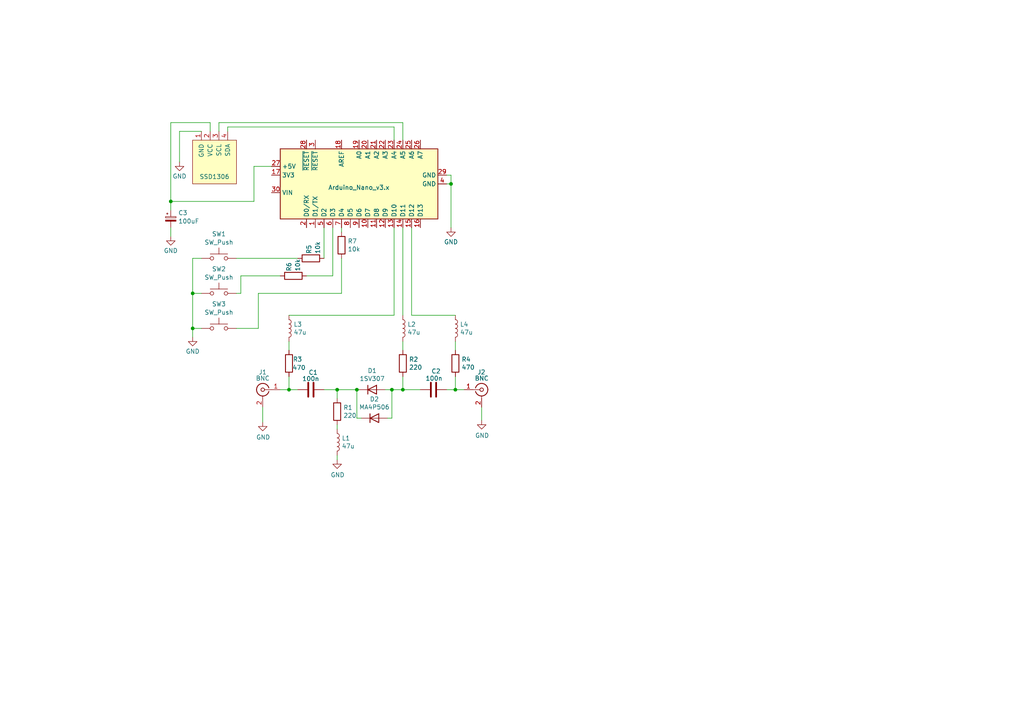
<source format=kicad_sch>
(kicad_sch (version 20231120) (generator "eeschema") (generator_version "8.0")
  (paper "A4")
  (lib_symbols
    (symbol "Connector:Conn_Coaxial" (pin_names (offset 1.016) hide)
      (property "Reference" "J" (at 0.254 3.048 0))
      (property "Value" "Conn_Coaxial" (at 2.921 0 90))
      (symbol "Conn_Coaxial_0_1"
        (arc (start -1.778 -0.508) (mid 0.2311 -1.8066) (end 1.778 0) (stroke (width 0.254)))
        (polyline (pts (xy -2.54 0) (xy -0.508 0)))
        (polyline (pts (xy 0 -2.54) (xy 0 -1.778)))
        (circle (center 0 0) (radius 0.508) (stroke (width 0.2032)))
        (arc (start 1.778 0) (mid 0.2099 1.8101) (end -1.778 0.508) (stroke (width 0.254)))
      )
      (symbol "Conn_Coaxial_1_1"
        (pin passive line (at -5.08 0 0) (length 2.54) (name "In") (number "1"))
        (pin passive line (at 0 -5.08 90) (length 2.54) (name "Ext") (number "2"))
      )
    )
    (symbol "Device:C" (pin_numbers hide) (pin_names (offset 0.254))
      (property "Reference" "C" (at 0.635 2.54 0))
      (property "Value" "C" (at 0.635 -2.54 0))
      (symbol "C_0_1"
        (polyline (pts (xy -2.032 -0.762) (xy 2.032 -0.762)) (stroke (width 0.508)))
        (polyline (pts (xy -2.032 0.762) (xy 2.032 0.762)) (stroke (width 0.508)))
      )
      (symbol "C_1_1"
        (pin passive line (at 0 3.81 270) (length 2.794) (name "~") (number "1"))
        (pin passive line (at 0 -3.81 90) (length 2.794) (name "~") (number "2"))
      )
    )
    (symbol "Device:C_Polarized_Small" (pin_numbers hide) (pin_names (offset 0.254) hide)
      (property "Reference" "C" (at 0.254 1.778 0))
      (property "Value" "C_Polarized_Small" (at 0.254 -2.032 0))
      (symbol "C_Polarized_Small_0_1"
        (rectangle (start -1.524 -0.3048) (end 1.524 -0.6858) (fill (type outline)))
        (rectangle (start -1.524 0.6858) (end 1.524 0.3048))
        (polyline (pts (xy -1.27 1.524) (xy -0.762 1.524)))
        (polyline (pts (xy -1.016 1.27) (xy -1.016 1.778)))
      )
      (symbol "C_Polarized_Small_1_1"
        (pin passive line (at 0 2.54 270) (length 1.8542) (name "~") (number "1"))
        (pin passive line (at 0 -2.54 90) (length 1.8542) (name "~") (number "2"))
      )
    )
    (symbol "Device:D" (pin_numbers hide) (pin_names (offset 1.016) hide)
      (property "Reference" "D" (at 0 2.54 0))
      (property "Value" "D" (at 0 -2.54 0))
      (symbol "D_0_1"
        (polyline (pts (xy -1.27 1.27) (xy -1.27 -1.27)) (stroke (width 0.254)))
        (polyline (pts (xy 1.27 0) (xy -1.27 0)))
        (polyline (pts (xy 1.27 1.27) (xy 1.27 -1.27) (xy -1.27 0) (xy 1.27 1.27)) (stroke (width 0.254)))
      )
      (symbol "D_1_1"
        (pin passive line (at -3.81 0 0) (length 2.54) (name "K") (number "1"))
        (pin passive line (at 3.81 0 180) (length 2.54) (name "A") (number "2"))
      )
    )
    (symbol "Device:L" (pin_numbers hide) (pin_names (offset 1.016) hide)
      (property "Reference" "L" (at -1.27 0 90))
      (property "Value" "L" (at 1.905 0 90))
      (symbol "L_0_1"
        (arc (start 0 -2.54) (mid 0.6323 -1.905) (end 0 -1.27))
        (arc (start 0 -1.27) (mid 0.6323 -0.635) (end 0 0))
        (arc (start 0 0) (mid 0.6323 0.635) (end 0 1.27))
        (arc (start 0 1.27) (mid 0.6323 1.905) (end 0 2.54))
      )
      (symbol "L_1_1"
        (pin passive line (at 0 3.81 270) (length 1.27) (name "1") (number "1"))
        (pin passive line (at 0 -3.81 90) (length 1.27) (name "2") (number "2"))
      )
    )
    (symbol "Device:R" (pin_numbers hide) (pin_names (offset 0))
      (property "Reference" "R" (at 2.032 0 90))
      (property "Value" "R" (at 0 0 90))
      (symbol "R_0_1"
        (rectangle (start -1.016 -2.54) (end 1.016 2.54) (stroke (width 0.254)))
      )
      (symbol "R_1_1"
        (pin passive line (at 0 3.81 270) (length 1.27) (name "~") (number "1"))
        (pin passive line (at 0 -3.81 90) (length 1.27) (name "~") (number "2"))
      )
    )
    (symbol "MCU_Module:Arduino_Nano_v3.x"
      (property "Reference" "A" (at -10.16 23.495 0))
      (property "Value" "Arduino_Nano_v3.x" (at 5.08 -24.13 0))
      (symbol "Arduino_Nano_v3.x_0_1"
        (rectangle (start -10.16 22.86) (end 10.16 -22.86) (stroke (width 0.254)) (fill (type background)))
      )
      (symbol "Arduino_Nano_v3.x_1_1"
        (pin bidirectional line (at -12.7 12.7 0) (length 2.54) (name "D1/TX") (number "1"))
        (pin bidirectional line (at -12.7 -2.54 0) (length 2.54) (name "D7") (number "10"))
        (pin bidirectional line (at -12.7 -5.08 0) (length 2.54) (name "D8") (number "11"))
        (pin bidirectional line (at -12.7 -7.62 0) (length 2.54) (name "D9") (number "12"))
        (pin bidirectional line (at -12.7 -10.16 0) (length 2.54) (name "D10") (number "13"))
        (pin bidirectional line (at -12.7 -12.7 0) (length 2.54) (name "D11") (number "14"))
        (pin bidirectional line (at -12.7 -15.24 0) (length 2.54) (name "D12") (number "15"))
        (pin bidirectional line (at -12.7 -17.78 0) (length 2.54) (name "D13") (number "16"))
        (pin power_out line (at 2.54 25.4 270) (length 2.54) (name "3V3") (number "17"))
        (pin input line (at 12.7 5.08 180) (length 2.54) (name "AREF") (number "18"))
        (pin bidirectional line (at 12.7 0 180) (length 2.54) (name "A0") (number "19"))
        (pin bidirectional line (at -12.7 15.24 0) (length 2.54) (name "D0/RX") (number "2"))
        (pin bidirectional line (at 12.7 -2.54 180) (length 2.54) (name "A1") (number "20"))
        (pin bidirectional line (at 12.7 -5.08 180) (length 2.54) (name "A2") (number "21"))
        (pin bidirectional line (at 12.7 -7.62 180) (length 2.54) (name "A3") (number "22"))
        (pin bidirectional line (at 12.7 -10.16 180) (length 2.54) (name "A4") (number "23"))
        (pin bidirectional line (at 12.7 -12.7 180) (length 2.54) (name "A5") (number "24"))
        (pin bidirectional line (at 12.7 -15.24 180) (length 2.54) (name "A6") (number "25"))
        (pin bidirectional line (at 12.7 -17.78 180) (length 2.54) (name "A7") (number "26"))
        (pin power_out line (at 5.08 25.4 270) (length 2.54) (name "+5V") (number "27"))
        (pin input line (at 12.7 15.24 180) (length 2.54) (name "~{RESET}") (number "28"))
        (pin power_in line (at 2.54 -25.4 90) (length 2.54) (name "GND") (number "29"))
        (pin input line (at 12.7 12.7 180) (length 2.54) (name "~{RESET}") (number "3"))
        (pin power_in line (at -2.54 25.4 270) (length 2.54) (name "VIN") (number "30"))
        (pin power_in line (at 0 -25.4 90) (length 2.54) (name "GND") (number "4"))
        (pin bidirectional line (at -12.7 10.16 0) (length 2.54) (name "D2") (number "5"))
        (pin bidirectional line (at -12.7 7.62 0) (length 2.54) (name "D3") (number "6"))
        (pin bidirectional line (at -12.7 5.08 0) (length 2.54) (name "D4") (number "7"))
        (pin bidirectional line (at -12.7 2.54 0) (length 2.54) (name "D5") (number "8"))
        (pin bidirectional line (at -12.7 0 0) (length 2.54) (name "D6") (number "9"))
      )
    )
    (symbol "OLED:SSD1306" (pin_names (offset 1.016))
      (property "Reference" "Brd" (at 0 -3.81 0))
      (property "Value" "SSD1306" (at 0 -1.27 0))
      (symbol "SSD1306_0_1"
        (rectangle (start -6.35 6.35) (end 6.35 -6.35) (fill (type background)))
      )
      (symbol "SSD1306_1_1"
        (pin input line (at -3.81 8.89 270) (length 2.54) (name "GND") (number "1"))
        (pin input line (at -1.27 8.89 270) (length 2.54) (name "VCC") (number "2"))
        (pin input line (at 1.27 8.89 270) (length 2.54) (name "SCL") (number "3"))
        (pin input line (at 3.81 8.89 270) (length 2.54) (name "SDA") (number "4"))
      )
    )
    (symbol "Switch:SW_Push" (pin_numbers hide) (pin_names (offset 1.016) hide)
      (property "Reference" "SW" (at 1.27 2.54 0))
      (property "Value" "SW_Push" (at 0 -1.524 0))
      (symbol "SW_Push_0_1"
        (circle (center -2.032 0) (radius 0.508))
        (polyline (pts (xy 0 1.27) (xy 0 3.048)))
        (polyline (pts (xy 2.54 1.27) (xy -2.54 1.27)))
        (circle (center 2.032 0) (radius 0.508))
        (pin passive line (at -5.08 0 0) (length 2.54) (name "1") (number "1"))
        (pin passive line (at 5.08 0 180) (length 2.54) (name "2") (number "2"))
      )
    )
    (symbol "power:GND" (power) (pin_names (offset 0))
      (property "Value" "GND" (at 0 -3.81 0))
      (symbol "GND_0_1"
        (polyline (pts (xy 0 0) (xy 0 -1.27) (xy 1.27 -1.27) (xy 0 -2.54) (xy -1.27 -1.27) (xy 0 -1.27)))
      )
      (symbol "GND_1_1"
        (pin power_in line (at 0 0 270) (length 0) hide (name "GND") (number "1"))
      )
    )
  )
  (junction (at 49.53 58.42))
  (junction (at 113.665 113.03))
  (junction (at 97.79 113.03))
  (junction (at 55.88 95.25))
  (junction (at 132.08 113.03))
  (junction (at 116.84 113.03))
  (junction (at 55.88 85.09))
  (junction (at 103.505 113.03))
  (junction (at 83.82 113.03))
  (junction (at 130.81 53.34))
  (wire (pts (xy 63.5 38.1) (xy 63.5 35.56)))
  (wire (pts (xy 116.84 35.56) (xy 116.84 40.64)))
  (wire (pts (xy 78.74 48.26) (xy 73.66 48.26)))
  (wire (pts (xy 49.53 35.56) (xy 60.96 35.56)))
  (wire (pts (xy 114.3 91.44) (xy 114.3 66.04)))
  (wire (pts (xy 104.775 121.285) (xy 103.505 121.285)))
  (wire (pts (xy 97.79 133.35) (xy 97.79 132.08)))
  (wire (pts (xy 129.54 50.8) (xy 130.81 50.8)))
  (wire (pts (xy 83.82 113.03) (xy 86.36 113.03)))
  (wire (pts (xy 97.79 113.03) (xy 103.505 113.03)))
  (wire (pts (xy 76.2 122.428) (xy 76.2 118.11)))
  (wire (pts (xy 74.93 95.25) (xy 68.58 95.25)))
  (wire (pts (xy 55.88 95.25) (xy 55.88 97.79)))
  (wire (pts (xy 116.84 109.22) (xy 116.84 113.03)))
  (wire (pts (xy 93.98 66.04) (xy 93.98 74.93)))
  (wire (pts (xy 132.08 91.44) (xy 119.38 91.44)))
  (wire (pts (xy 112.395 121.285) (xy 113.665 121.285)))
  (wire (pts (xy 73.66 48.26) (xy 73.66 58.42)))
  (wire (pts (xy 114.3 36.83) (xy 114.3 40.64)))
  (wire (pts (xy 139.7 121.92) (xy 139.7 118.11)))
  (wire (pts (xy 60.96 35.56) (xy 60.96 38.1)))
  (wire (pts (xy 116.84 101.6) (xy 116.84 99.06)))
  (wire (pts (xy 55.88 85.09) (xy 58.42 85.09)))
  (wire (pts (xy 132.08 113.03) (xy 134.62 113.03)))
  (wire (pts (xy 74.93 85.09) (xy 74.93 95.25)))
  (wire (pts (xy 49.53 58.42) (xy 49.53 35.56)))
  (wire (pts (xy 88.9 80.01) (xy 96.52 80.01)))
  (wire (pts (xy 83.82 91.44) (xy 114.3 91.44)))
  (wire (pts (xy 55.88 85.09) (xy 55.88 95.25)))
  (wire (pts (xy 63.5 35.56) (xy 116.84 35.56)))
  (wire (pts (xy 97.79 115.57) (xy 97.79 113.03)))
  (wire (pts (xy 66.04 36.83) (xy 114.3 36.83)))
  (wire (pts (xy 66.04 38.1) (xy 66.04 36.83)))
  (wire (pts (xy 99.06 66.04) (xy 99.06 67.31)))
  (wire (pts (xy 83.82 101.6) (xy 83.82 99.06)))
  (wire (pts (xy 119.38 91.44) (xy 119.38 66.04)))
  (wire (pts (xy 129.54 53.34) (xy 130.81 53.34)))
  (wire (pts (xy 73.66 58.42) (xy 49.53 58.42)))
  (wire (pts (xy 130.81 50.8) (xy 130.81 53.34)))
  (wire (pts (xy 103.505 113.03) (xy 103.505 121.285)))
  (wire (pts (xy 52.07 38.1) (xy 52.07 46.99)))
  (wire (pts (xy 49.53 58.42) (xy 49.53 60.96)))
  (wire (pts (xy 111.76 113.03) (xy 113.665 113.03)))
  (wire (pts (xy 93.98 113.03) (xy 97.79 113.03)))
  (wire (pts (xy 58.42 74.93) (xy 55.88 74.93)))
  (wire (pts (xy 69.85 85.09) (xy 68.58 85.09)))
  (wire (pts (xy 55.88 74.93) (xy 55.88 85.09)))
  (wire (pts (xy 69.85 80.01) (xy 69.85 85.09)))
  (wire (pts (xy 55.88 95.25) (xy 58.42 95.25)))
  (wire (pts (xy 132.08 109.22) (xy 132.08 113.03)))
  (wire (pts (xy 49.53 66.04) (xy 49.53 68.58)))
  (wire (pts (xy 113.665 113.03) (xy 116.84 113.03)))
  (wire (pts (xy 129.54 113.03) (xy 132.08 113.03)))
  (wire (pts (xy 130.81 53.34) (xy 130.81 66.04)))
  (wire (pts (xy 58.42 38.1) (xy 52.07 38.1)))
  (wire (pts (xy 132.08 101.6) (xy 132.08 99.06)))
  (wire (pts (xy 97.79 124.46) (xy 97.79 123.19)))
  (wire (pts (xy 103.505 113.03) (xy 104.14 113.03)))
  (wire (pts (xy 68.58 74.93) (xy 86.36 74.93)))
  (wire (pts (xy 99.06 85.09) (xy 74.93 85.09)))
  (wire (pts (xy 99.06 74.93) (xy 99.06 85.09)))
  (wire (pts (xy 116.84 113.03) (xy 121.92 113.03)))
  (wire (pts (xy 69.85 80.01) (xy 81.28 80.01)))
  (wire (pts (xy 113.665 113.03) (xy 113.665 121.285)))
  (wire (pts (xy 83.82 109.22) (xy 83.82 113.03)))
  (wire (pts (xy 96.52 66.04) (xy 96.52 80.01)))
  (wire (pts (xy 81.28 113.03) (xy 83.82 113.03)))
  (wire (pts (xy 116.84 66.04) (xy 116.84 91.44)))
  (symbol (lib_id "Connector:Conn_Coaxial") (at 76.2 113.03 0) (mirror y) (unit 1)
    (property "Reference" "J1" (at 76.2 107.95 0))
    (property "Value" "BNC" (at 76.2 109.728 0))
    (property "Footprint" "Connector_Coaxial:BNC_Amphenol_B6252HB-NPP3G-50_Horizontal" (effects (hide yes)))
    (property "Datasheet" " ~" (effects (hide yes)))
  )
  (symbol (lib_id "Connector:Conn_Coaxial") (at 139.7 113.03 0) (unit 1)
    (property "Reference" "J2" (at 138.43 107.95 0) (effects (justify left)))
    (property "Value" "BNC" (at 137.668 109.728 0) (effects (justify left)))
    (property "Footprint" "Connector_Coaxial:BNC_Amphenol_B6252HB-NPP3G-50_Horizontal" (effects (hide yes)))
    (property "Datasheet" " ~" (effects (hide yes)))
  )
  (symbol (lib_id "Device:D") (at 107.95 113.03 0) (unit 1)
    (property "Reference" "D1" (at 107.95 107.5182 0))
    (property "Value" "1SV307" (at 107.95 109.8296 0))
    (property "Footprint" "Diode_SMD:D_SOD-323" (effects (hide yes)))
  )
  (symbol (lib_id "Device:C") (at 90.17 113.03 270) (unit 1)
    (property "Reference" "C1" (at 90.8304 108.0262 90))
    (property "Value" "100n" (at 90.1192 109.855 90))
    (property "Footprint" "Capacitor_SMD:C_0805_2012Metric" (effects (hide yes)))
  )
  (symbol (lib_id "Device:C") (at 125.73 113.03 270) (unit 1)
    (property "Reference" "C2" (at 126.4666 107.6706 90))
    (property "Value" "100n" (at 125.8824 109.7534 90))
    (property "Footprint" "Capacitor_SMD:C_0805_2012Metric" (effects (hide yes)))
  )
  (symbol (lib_id "Device:R") (at 97.79 119.38 0) (unit 1)
    (property "Reference" "R1" (at 99.568 118.2116 0) (effects (justify left)))
    (property "Value" "220" (at 99.568 120.523 0) (effects (justify left)))
    (property "Footprint" "Resistor_SMD:R_0805_2012Metric" (effects (hide yes)))
  )
  (symbol (lib_id "Device:R") (at 116.84 105.41 0) (unit 1)
    (property "Reference" "R2" (at 118.618 104.2416 0) (effects (justify left)))
    (property "Value" "220" (at 118.618 106.553 0) (effects (justify left)))
    (property "Footprint" "Resistor_SMD:R_0805_2012Metric" (effects (hide yes)))
  )
  (symbol (lib_id "Device:L") (at 116.84 95.25 0) (unit 1)
    (property "Reference" "L2" (at 118.1608 94.0816 0) (effects (justify left)))
    (property "Value" "47u" (at 118.1608 96.393 0) (effects (justify left)))
    (property "Footprint" "Inductor_SMD:L_0805_2012Metric" (effects (hide yes)))
  )
  (symbol (lib_id "Device:L") (at 97.79 128.27 0) (unit 1)
    (property "Reference" "L1" (at 99.1108 127.1016 0) (effects (justify left)))
    (property "Value" "47u" (at 99.1108 129.413 0) (effects (justify left)))
    (property "Footprint" "Inductor_SMD:L_0805_2012Metric" (effects (hide yes)))
  )
  (symbol (lib_id "power:GND") (at 97.79 133.35 0) (unit 1)
    (property "Reference" "#PWR0101" (effects (hide yes)))
    (property "Value" "GND" (at 97.917 137.7442 0))
  )
  (symbol (lib_id "power:GND") (at 139.7 121.92 0) (unit 1)
    (property "Reference" "#PWR0102" (effects (hide yes)))
    (property "Value" "GND" (at 139.827 126.3142 0))
  )
  (symbol (lib_id "power:GND") (at 76.2 122.428 0) (unit 1)
    (property "Reference" "#PWR0103" (effects (hide yes)))
    (property "Value" "GND" (at 76.327 126.8222 0))
  )
  (symbol (lib_id "MCU_Module:Arduino_Nano_v3.x") (at 104.14 53.34 90) (unit 1)
    (property "Reference" "A1" (effects (hide yes)))
    (property "Value" "Arduino_Nano_v3.x" (at 104.0892 54.3814 90))
    (property "Footprint" "Module:Arduino_Nano" (effects (hide yes)))
    (property "Datasheet" "http://www.mouser.com/pdfdocs/Gravitech_Arduino_Nano3_0.pdf" (effects (hide yes)))
  )
  (symbol (lib_id "Device:R") (at 85.09 80.01 270) (unit 1)
    (property "Reference" "R6" (at 83.82 78.74 0) (effects (justify right)))
    (property "Value" "10k" (at 86.36 78.74 0) (effects (justify right)))
    (property "Footprint" "Resistor_SMD:R_0805_2012Metric" (effects (hide yes)))
  )
  (symbol (lib_id "OLED:SSD1306") (at 62.23 46.99 0) (unit 1)
    (property "Reference" "Brd1" (effects (hide yes)))
    (property "Value" "SSD1306" (at 57.8358 51.2572 0) (effects (justify left)))
    (property "Footprint" "SSD1306:128x64OLED" (effects (hide yes)))
  )
  (symbol (lib_id "Device:L") (at 83.82 95.25 0) (unit 1)
    (property "Reference" "L3" (at 85.1408 94.0816 0) (effects (justify left)))
    (property "Value" "47u" (at 85.1408 96.393 0) (effects (justify left)))
    (property "Footprint" "Inductor_SMD:L_0805_2012Metric" (effects (hide yes)))
  )
  (symbol (lib_id "power:GND") (at 130.81 66.04 0) (unit 1)
    (property "Reference" "#PWR01" (effects (hide yes)))
    (property "Value" "GND" (at 130.81 70.1731 0))
  )
  (symbol (lib_id "Device:R") (at 99.06 71.12 0) (unit 1)
    (property "Reference" "R7" (at 100.838 69.9516 0) (effects (justify left)))
    (property "Value" "10k" (at 100.838 72.263 0) (effects (justify left)))
    (property "Footprint" "Resistor_SMD:R_0805_2012Metric" (effects (hide yes)))
  )
  (symbol (lib_id "Device:C_Polarized_Small") (at 49.53 63.5 0) (unit 1)
    (property "Reference" "C3" (at 51.689 61.7418 0) (effects (justify left)))
    (property "Value" "100uF" (at 51.689 64.166 0) (effects (justify left)))
    (property "Footprint" "Capacitor_SMD:CP_Elec_6.3x7.7" (effects (hide yes)))
  )
  (symbol (lib_id "Switch:SW_Push") (at 63.5 74.93 0) (unit 1)
    (property "Reference" "SW1" (at 63.5 67.8647 0))
    (property "Value" "SW_Push" (at 63.5 70.2889 0))
    (property "Footprint" "Button_Switch_THT:SW_PUSH_6mm" (effects (hide yes)))
  )
  (symbol (lib_id "Switch:SW_Push") (at 63.5 85.09 0) (unit 1)
    (property "Reference" "SW2" (at 63.5 78.0247 0))
    (property "Value" "SW_Push" (at 63.5 80.4489 0))
    (property "Footprint" "Button_Switch_THT:SW_PUSH_6mm" (effects (hide yes)))
  )
  (symbol (lib_id "power:GND") (at 52.07 46.99 0) (unit 1)
    (property "Reference" "#PWR05" (effects (hide yes)))
    (property "Value" "GND" (at 52.07 51.1231 0))
  )
  (symbol (lib_id "Device:L") (at 132.08 95.25 0) (unit 1)
    (property "Reference" "L4" (at 133.4008 94.0816 0) (effects (justify left)))
    (property "Value" "47u" (at 133.4008 96.393 0) (effects (justify left)))
    (property "Footprint" "Inductor_SMD:L_0805_2012Metric" (effects (hide yes)))
  )
  (symbol (lib_id "Device:R") (at 132.08 105.41 0) (unit 1)
    (property "Reference" "R4" (at 133.858 104.2416 0) (effects (justify left)))
    (property "Value" "470" (at 133.858 106.553 0) (effects (justify left)))
    (property "Footprint" "Resistor_SMD:R_0805_2012Metric" (effects (hide yes)))
  )
  (symbol (lib_id "power:GND") (at 49.53 68.58 0) (unit 1)
    (property "Reference" "#PWR06" (effects (hide yes)))
    (property "Value" "GND" (at 49.53 72.7131 0))
  )
  (symbol (lib_id "power:GND") (at 55.88 97.79 0) (unit 1)
    (property "Reference" "#PWR02" (effects (hide yes)))
    (property "Value" "GND" (at 55.88 101.9231 0))
  )
  (symbol (lib_id "Device:R") (at 90.17 74.93 270) (unit 1)
    (property "Reference" "R5" (at 88.9 73.66 0) (effects (justify right bottom)))
    (property "Value" "10k" (at 91.44 73.66 0) (effects (justify right bottom)))
    (property "Footprint" "Resistor_SMD:R_0805_2012Metric" (effects (hide yes)))
  )
  (symbol (lib_id "Device:R") (at 83.82 105.41 0) (unit 1)
    (property "Reference" "R3" (at 84.9376 104.2162 0) (effects (justify left)))
    (property "Value" "470" (at 84.8106 106.6292 0) (effects (justify left)))
    (property "Footprint" "Resistor_SMD:R_0805_2012Metric" (effects (hide yes)))
  )
  (symbol (lib_id "Switch:SW_Push") (at 63.5 95.25 0) (unit 1)
    (property "Reference" "SW3" (at 63.5 88.1847 0))
    (property "Value" "SW_Push" (at 63.5 90.6089 0))
    (property "Footprint" "Button_Switch_THT:SW_PUSH_6mm" (effects (hide yes)))
  )
  (symbol (lib_id "Device:D") (at 108.585 121.285 0) (unit 1)
    (property "Reference" "D2" (at 108.585 115.7732 0))
    (property "Value" "MA4P506" (at 108.585 118.0846 0))
    (property "Footprint" "Diode_SMD:D_MELF" (effects (hide yes)))
  )
)
</source>
